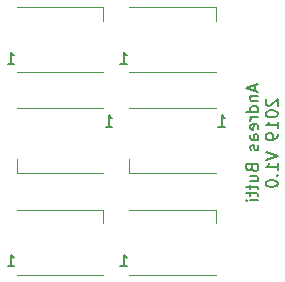
<source format=gbr>
G04 #@! TF.GenerationSoftware,KiCad,Pcbnew,5.1.0-unknown-ee14da3~82~ubuntu16.04.1*
G04 #@! TF.CreationDate,2019-04-08T19:12:28+02:00*
G04 #@! TF.ProjectId,UsbAmpel,55736241-6d70-4656-9c2e-6b696361645f,rev?*
G04 #@! TF.SameCoordinates,Original*
G04 #@! TF.FileFunction,Legend,Bot*
G04 #@! TF.FilePolarity,Positive*
%FSLAX46Y46*%
G04 Gerber Fmt 4.6, Leading zero omitted, Abs format (unit mm)*
G04 Created by KiCad (PCBNEW 5.1.0-unknown-ee14da3~82~ubuntu16.04.1) date 2019-04-08 19:12:28*
%MOMM*%
%LPD*%
G04 APERTURE LIST*
%ADD10C,0.150000*%
%ADD11C,0.120000*%
G04 APERTURE END LIST*
D10*
X204446666Y-103069047D02*
X204446666Y-103545238D01*
X204732380Y-102973809D02*
X203732380Y-103307142D01*
X204732380Y-103640476D01*
X204065714Y-103973809D02*
X204732380Y-103973809D01*
X204160952Y-103973809D02*
X204113333Y-104021428D01*
X204065714Y-104116666D01*
X204065714Y-104259523D01*
X204113333Y-104354761D01*
X204208571Y-104402380D01*
X204732380Y-104402380D01*
X204732380Y-105307142D02*
X203732380Y-105307142D01*
X204684761Y-105307142D02*
X204732380Y-105211904D01*
X204732380Y-105021428D01*
X204684761Y-104926190D01*
X204637142Y-104878571D01*
X204541904Y-104830952D01*
X204256190Y-104830952D01*
X204160952Y-104878571D01*
X204113333Y-104926190D01*
X204065714Y-105021428D01*
X204065714Y-105211904D01*
X204113333Y-105307142D01*
X204732380Y-105783333D02*
X204065714Y-105783333D01*
X204256190Y-105783333D02*
X204160952Y-105830952D01*
X204113333Y-105878571D01*
X204065714Y-105973809D01*
X204065714Y-106069047D01*
X204684761Y-106783333D02*
X204732380Y-106688095D01*
X204732380Y-106497619D01*
X204684761Y-106402380D01*
X204589523Y-106354761D01*
X204208571Y-106354761D01*
X204113333Y-106402380D01*
X204065714Y-106497619D01*
X204065714Y-106688095D01*
X204113333Y-106783333D01*
X204208571Y-106830952D01*
X204303809Y-106830952D01*
X204399047Y-106354761D01*
X204732380Y-107688095D02*
X204208571Y-107688095D01*
X204113333Y-107640476D01*
X204065714Y-107545238D01*
X204065714Y-107354761D01*
X204113333Y-107259523D01*
X204684761Y-107688095D02*
X204732380Y-107592857D01*
X204732380Y-107354761D01*
X204684761Y-107259523D01*
X204589523Y-107211904D01*
X204494285Y-107211904D01*
X204399047Y-107259523D01*
X204351428Y-107354761D01*
X204351428Y-107592857D01*
X204303809Y-107688095D01*
X204684761Y-108116666D02*
X204732380Y-108211904D01*
X204732380Y-108402380D01*
X204684761Y-108497619D01*
X204589523Y-108545238D01*
X204541904Y-108545238D01*
X204446666Y-108497619D01*
X204399047Y-108402380D01*
X204399047Y-108259523D01*
X204351428Y-108164285D01*
X204256190Y-108116666D01*
X204208571Y-108116666D01*
X204113333Y-108164285D01*
X204065714Y-108259523D01*
X204065714Y-108402380D01*
X204113333Y-108497619D01*
X204208571Y-110069047D02*
X204256190Y-110211904D01*
X204303809Y-110259523D01*
X204399047Y-110307142D01*
X204541904Y-110307142D01*
X204637142Y-110259523D01*
X204684761Y-110211904D01*
X204732380Y-110116666D01*
X204732380Y-109735714D01*
X203732380Y-109735714D01*
X203732380Y-110069047D01*
X203780000Y-110164285D01*
X203827619Y-110211904D01*
X203922857Y-110259523D01*
X204018095Y-110259523D01*
X204113333Y-110211904D01*
X204160952Y-110164285D01*
X204208571Y-110069047D01*
X204208571Y-109735714D01*
X204065714Y-111164285D02*
X204732380Y-111164285D01*
X204065714Y-110735714D02*
X204589523Y-110735714D01*
X204684761Y-110783333D01*
X204732380Y-110878571D01*
X204732380Y-111021428D01*
X204684761Y-111116666D01*
X204637142Y-111164285D01*
X204065714Y-111497619D02*
X204065714Y-111878571D01*
X203732380Y-111640476D02*
X204589523Y-111640476D01*
X204684761Y-111688095D01*
X204732380Y-111783333D01*
X204732380Y-111878571D01*
X204065714Y-112069047D02*
X204065714Y-112450000D01*
X203732380Y-112211904D02*
X204589523Y-112211904D01*
X204684761Y-112259523D01*
X204732380Y-112354761D01*
X204732380Y-112450000D01*
X204732380Y-112783333D02*
X204065714Y-112783333D01*
X203732380Y-112783333D02*
X203780000Y-112735714D01*
X203827619Y-112783333D01*
X203780000Y-112830952D01*
X203732380Y-112783333D01*
X203827619Y-112783333D01*
X205477619Y-104235714D02*
X205430000Y-104283333D01*
X205382380Y-104378571D01*
X205382380Y-104616666D01*
X205430000Y-104711904D01*
X205477619Y-104759523D01*
X205572857Y-104807142D01*
X205668095Y-104807142D01*
X205810952Y-104759523D01*
X206382380Y-104188095D01*
X206382380Y-104807142D01*
X205382380Y-105426190D02*
X205382380Y-105521428D01*
X205430000Y-105616666D01*
X205477619Y-105664285D01*
X205572857Y-105711904D01*
X205763333Y-105759523D01*
X206001428Y-105759523D01*
X206191904Y-105711904D01*
X206287142Y-105664285D01*
X206334761Y-105616666D01*
X206382380Y-105521428D01*
X206382380Y-105426190D01*
X206334761Y-105330952D01*
X206287142Y-105283333D01*
X206191904Y-105235714D01*
X206001428Y-105188095D01*
X205763333Y-105188095D01*
X205572857Y-105235714D01*
X205477619Y-105283333D01*
X205430000Y-105330952D01*
X205382380Y-105426190D01*
X206382380Y-106711904D02*
X206382380Y-106140476D01*
X206382380Y-106426190D02*
X205382380Y-106426190D01*
X205525238Y-106330952D01*
X205620476Y-106235714D01*
X205668095Y-106140476D01*
X206382380Y-107188095D02*
X206382380Y-107378571D01*
X206334761Y-107473809D01*
X206287142Y-107521428D01*
X206144285Y-107616666D01*
X205953809Y-107664285D01*
X205572857Y-107664285D01*
X205477619Y-107616666D01*
X205430000Y-107569047D01*
X205382380Y-107473809D01*
X205382380Y-107283333D01*
X205430000Y-107188095D01*
X205477619Y-107140476D01*
X205572857Y-107092857D01*
X205810952Y-107092857D01*
X205906190Y-107140476D01*
X205953809Y-107188095D01*
X206001428Y-107283333D01*
X206001428Y-107473809D01*
X205953809Y-107569047D01*
X205906190Y-107616666D01*
X205810952Y-107664285D01*
X205382380Y-108711904D02*
X206382380Y-109045238D01*
X205382380Y-109378571D01*
X206382380Y-110235714D02*
X206382380Y-109664285D01*
X206382380Y-109950000D02*
X205382380Y-109950000D01*
X205525238Y-109854761D01*
X205620476Y-109759523D01*
X205668095Y-109664285D01*
X206287142Y-110664285D02*
X206334761Y-110711904D01*
X206382380Y-110664285D01*
X206334761Y-110616666D01*
X206287142Y-110664285D01*
X206382380Y-110664285D01*
X205382380Y-111330952D02*
X205382380Y-111426190D01*
X205430000Y-111521428D01*
X205477619Y-111569047D01*
X205572857Y-111616666D01*
X205763333Y-111664285D01*
X206001428Y-111664285D01*
X206191904Y-111616666D01*
X206287142Y-111569047D01*
X206334761Y-111521428D01*
X206382380Y-111426190D01*
X206382380Y-111330952D01*
X206334761Y-111235714D01*
X206287142Y-111188095D01*
X206191904Y-111140476D01*
X206001428Y-111092857D01*
X205763333Y-111092857D01*
X205572857Y-111140476D01*
X205477619Y-111188095D01*
X205430000Y-111235714D01*
X205382380Y-111330952D01*
D11*
X191610000Y-96437000D02*
X191610000Y-97587000D01*
X184310000Y-96437000D02*
X191610000Y-96437000D01*
X184310000Y-101937000D02*
X191610000Y-101937000D01*
X201135000Y-96437000D02*
X201135000Y-97587000D01*
X193835000Y-96437000D02*
X201135000Y-96437000D01*
X193835000Y-101937000D02*
X201135000Y-101937000D01*
X193835000Y-110446000D02*
X193835000Y-109296000D01*
X201135000Y-110446000D02*
X193835000Y-110446000D01*
X201135000Y-104946000D02*
X193835000Y-104946000D01*
X184310000Y-110446000D02*
X184310000Y-109296000D01*
X191610000Y-110446000D02*
X184310000Y-110446000D01*
X191610000Y-104946000D02*
X184310000Y-104946000D01*
X201135000Y-113582000D02*
X201135000Y-114732000D01*
X193835000Y-113582000D02*
X201135000Y-113582000D01*
X193835000Y-119082000D02*
X201135000Y-119082000D01*
X191610000Y-113582000D02*
X191610000Y-114732000D01*
X184310000Y-113582000D02*
X191610000Y-113582000D01*
X184310000Y-119082000D02*
X191610000Y-119082000D01*
D10*
X183524285Y-101239380D02*
X184095714Y-101239380D01*
X183810000Y-101239380D02*
X183810000Y-100239380D01*
X183905238Y-100382238D01*
X184000476Y-100477476D01*
X184095714Y-100525095D01*
X193049285Y-101239380D02*
X193620714Y-101239380D01*
X193335000Y-101239380D02*
X193335000Y-100239380D01*
X193430238Y-100382238D01*
X193525476Y-100477476D01*
X193620714Y-100525095D01*
X201349285Y-106548380D02*
X201920714Y-106548380D01*
X201635000Y-106548380D02*
X201635000Y-105548380D01*
X201730238Y-105691238D01*
X201825476Y-105786476D01*
X201920714Y-105834095D01*
X191824285Y-106548380D02*
X192395714Y-106548380D01*
X192110000Y-106548380D02*
X192110000Y-105548380D01*
X192205238Y-105691238D01*
X192300476Y-105786476D01*
X192395714Y-105834095D01*
X193049285Y-118384380D02*
X193620714Y-118384380D01*
X193335000Y-118384380D02*
X193335000Y-117384380D01*
X193430238Y-117527238D01*
X193525476Y-117622476D01*
X193620714Y-117670095D01*
X183524285Y-118384380D02*
X184095714Y-118384380D01*
X183810000Y-118384380D02*
X183810000Y-117384380D01*
X183905238Y-117527238D01*
X184000476Y-117622476D01*
X184095714Y-117670095D01*
M02*

</source>
